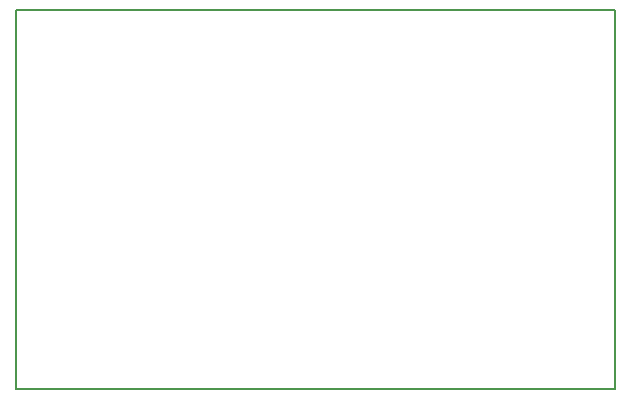
<source format=gm1>
G04 MADE WITH FRITZING*
G04 WWW.FRITZING.ORG*
G04 DOUBLE SIDED*
G04 HOLES PLATED*
G04 CONTOUR ON CENTER OF CONTOUR VECTOR*
%ASAXBY*%
%FSLAX23Y23*%
%MOIN*%
%OFA0B0*%
%SFA1.0B1.0*%
%ADD10R,2.004170X1.272460*%
%ADD11C,0.008000*%
%ADD10C,0.008*%
%LNCONTOUR*%
G90*
G70*
G54D10*
G54D11*
X4Y1268D02*
X2000Y1268D01*
X2000Y4D01*
X4Y4D01*
X4Y1268D01*
D02*
G04 End of contour*
M02*
</source>
